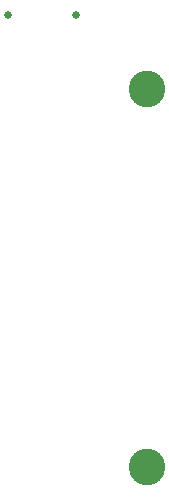
<source format=gbr>
%TF.GenerationSoftware,KiCad,Pcbnew,8.0.5*%
%TF.CreationDate,2024-11-06T11:00:20+13:00*%
%TF.ProjectId,usb_gpib_v3,7573625f-6770-4696-925f-76332e6b6963,C*%
%TF.SameCoordinates,Original*%
%TF.FileFunction,NonPlated,1,2,NPTH,Drill*%
%TF.FilePolarity,Positive*%
%FSLAX46Y46*%
G04 Gerber Fmt 4.6, Leading zero omitted, Abs format (unit mm)*
G04 Created by KiCad (PCBNEW 8.0.5) date 2024-11-06 11:00:20*
%MOMM*%
%LPD*%
G01*
G04 APERTURE LIST*
%TA.AperFunction,ComponentDrill*%
%ADD10C,0.650000*%
%TD*%
%TA.AperFunction,ComponentDrill*%
%ADD11C,3.100000*%
%TD*%
G04 APERTURE END LIST*
D10*
%TO.C,J2*%
X103210000Y-69775000D03*
X108990000Y-69775000D03*
D11*
%TO.C,H2*%
X115000000Y-75996800D03*
%TO.C,H1*%
X115000000Y-108000800D03*
M02*

</source>
